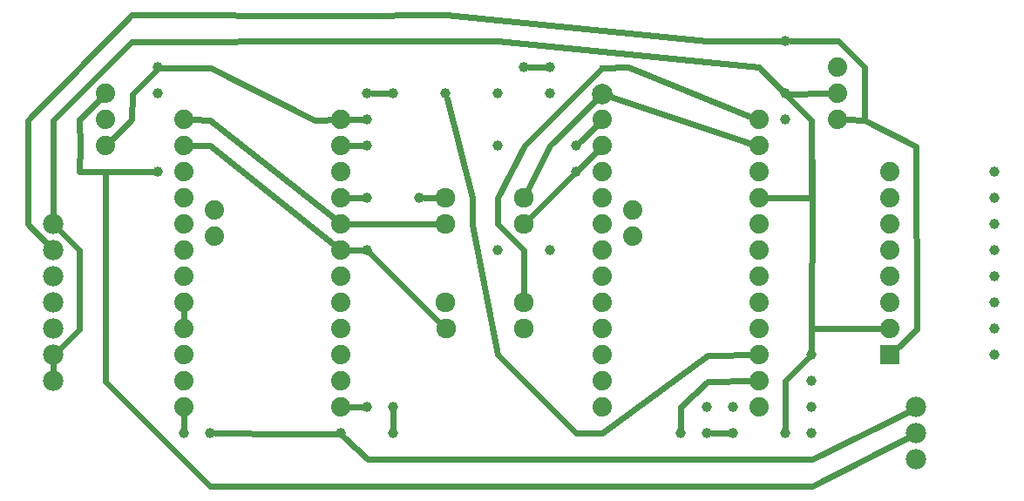
<source format=gbr>
G04*
G04 GERBER (RE)GENERATED BY FLATCAM v8.994 - www.flatcam.org - Version Date: 2020/11/7*
G04 Filename: PCB_PCB1_854475050_copperTop.gtl_edit_2.GBR_5*
G04 Created on : Tuesday, 23 March 2021 at 10:43*
G04*
G04 RS-274X GERBER GENERATED BY FLATCAM v8.994 - www.flatcam.org - Version Date: 2020/11/7*
G04 Filename: PCB_PCB1_854475050_copperTop.gtl_edit_2.GBR_5*
G04 Created on : Tuesday, 23 March 2021 at 10:42*
%FSLAX24Y24*%
%MOIN*%
%ADD10C,0.073999704000296*%
%ADD11C,0.077999688000312*%
%ADD12C,0.07566669733230266*%
%ADD13C,0.07569469722030278*%
%ADD14C,0.03936984252015748*%
%ADD17R,0.073999704000296X0.073999704000296*%
%ADD18C,0.023999904000096*%
%ADD19C,0.07874*%

G70*
G90*
G01*
%LPD*%
D10*
X22610Y15210D03*
X22610Y14210D03*
X22610Y13210D03*
X22610Y12210D03*
X22610Y11210D03*
X23760Y11760D03*
X23760Y10760D03*
X22610Y10210D03*
X22610Y09210D03*
X22610Y08210D03*
X22610Y07210D03*
X22610Y06210D03*
X22610Y05210D03*
X22610Y04210D03*
X28610Y04210D03*
X28610Y05210D03*
X28610Y06210D03*
X28610Y07210D03*
X28610Y08210D03*
X28610Y09210D03*
X28610Y10210D03*
X28610Y11210D03*
X28610Y12210D03*
X28610Y13210D03*
X28610Y14210D03*
X28610Y15210D03*
X22610Y15210D03*
X22610Y14210D03*
X22610Y13210D03*
X22610Y12210D03*
X22610Y11210D03*
X23760Y11760D03*
X23760Y10760D03*
X22610Y10210D03*
X22610Y09210D03*
X22610Y08210D03*
X22610Y07210D03*
X22610Y06210D03*
X22610Y05210D03*
X22610Y04210D03*
X28610Y04210D03*
X28610Y05210D03*
X28610Y06210D03*
X28610Y07210D03*
X28610Y08210D03*
X28610Y09210D03*
X28610Y10210D03*
X28610Y11210D03*
X28610Y12210D03*
X28610Y13210D03*
X28610Y14210D03*
X28610Y15210D03*
X03610Y14210D03*
X03610Y15210D03*
X03610Y16210D03*
X03610Y14210D03*
X03610Y15210D03*
X03610Y16210D03*
X31610Y15210D03*
X31610Y16210D03*
X31610Y17210D03*
X31610Y15210D03*
X31610Y16210D03*
X31610Y17210D03*
X06610Y15210D03*
X06610Y14210D03*
X06610Y13210D03*
X06610Y12210D03*
X06610Y11210D03*
X07760Y11760D03*
X07760Y10760D03*
X06610Y10210D03*
X06610Y09210D03*
X06610Y08210D03*
X06610Y07210D03*
X06610Y06210D03*
X06610Y05210D03*
X06610Y04210D03*
X12610Y04210D03*
X12610Y05210D03*
X12610Y06210D03*
X12610Y07210D03*
X12610Y08210D03*
X12610Y09210D03*
X12610Y10210D03*
X12610Y11210D03*
X12610Y12210D03*
X12610Y13210D03*
X12610Y14210D03*
X12610Y15210D03*
X06610Y15210D03*
X06610Y14210D03*
X06610Y13210D03*
X06610Y12210D03*
X06610Y11210D03*
X07760Y11760D03*
X07760Y10760D03*
X06610Y10210D03*
X06610Y09210D03*
X06610Y08210D03*
X06610Y07210D03*
X06610Y06210D03*
X06610Y05210D03*
X06610Y04210D03*
X12610Y04210D03*
X12610Y05210D03*
X12610Y06210D03*
X12610Y07210D03*
X12610Y08210D03*
X12610Y09210D03*
X12610Y10210D03*
X12610Y11210D03*
X12610Y12210D03*
X12610Y13210D03*
X12610Y14210D03*
X12610Y15210D03*
X33610Y07210D03*
X33610Y08210D03*
X33610Y09210D03*
X33610Y10210D03*
X33610Y11210D03*
X33610Y12210D03*
X33610Y13210D03*
X33610Y07210D03*
X33610Y08210D03*
X33610Y09210D03*
X33610Y10210D03*
X33610Y11210D03*
X33610Y12210D03*
X33610Y13210D03*
D11*
X01610Y05210D03*
X01610Y06210D03*
X01610Y07210D03*
X01610Y08210D03*
X01610Y09210D03*
X01610Y10210D03*
X01610Y11210D03*
X34610Y04210D03*
X34610Y03210D03*
X34610Y02210D03*
D12*
X19610Y07210D03*
X16620Y07210D03*
X16610Y12210D03*
X19600Y12210D03*
D13*
X19610Y08210D03*
X16610Y08210D03*
X16610Y11210D03*
X19610Y11210D03*
D14*
X15610Y12210D03*
X13610Y15210D03*
X05610Y13210D03*
X18610Y14220D03*
X13610Y14210D03*
X13610Y12210D03*
X07610Y03210D03*
X12610Y03210D03*
X06610Y03210D03*
X05610Y17210D03*
X13610Y04210D03*
X05610Y16210D03*
X21610Y13210D03*
X30610Y03210D03*
X29610Y03210D03*
X27610Y03210D03*
X30610Y06210D03*
X26610Y03210D03*
X25610Y03210D03*
X30610Y05210D03*
X30610Y04210D03*
X26610Y04210D03*
X27610Y04210D03*
X37610Y13210D03*
X37610Y07210D03*
X37610Y11210D03*
X37610Y10210D03*
X37610Y09210D03*
X37610Y06210D03*
X37610Y12210D03*
X37610Y08210D03*
X21610Y14210D03*
X20610Y10210D03*
X18610Y10210D03*
X13610Y10210D03*
X14610Y03210D03*
X14610Y04210D03*
X20610Y16210D03*
X14610Y16210D03*
X13610Y16210D03*
X19610Y17210D03*
X20610Y17210D03*
X16610Y16210D03*
X18610Y16210D03*
X29610Y16210D03*
X29610Y15210D03*
X29610Y18210D03*
D17*
X33610Y06210D03*
X33610Y06210D03*
D18*
X11600Y15200D02*
X07620Y17200D01*
X12600Y15210D02*
X11600Y15200D01*
X04610Y15210D02*
X03830Y14430D01*
X04610Y15210D03*
X07620Y17200D02*
X05620Y17200D01*
X05620Y17200D02*
X04620Y16200D01*
X04620Y16200D02*
X04610Y15210D01*
X30620Y01200D02*
X07600Y01200D01*
X34620Y03210D02*
X30620Y01200D01*
X07600Y01200D02*
X03600Y05200D01*
X02610Y15210D02*
X03400Y15990D01*
X02610Y13210D02*
X02620Y14210D01*
X03620Y13210D02*
X02610Y13210D01*
X03610Y13220D02*
X03620Y13210D01*
X03600Y05200D02*
X03610Y13220D01*
X02620Y14210D02*
X02610Y15210D01*
X01610Y05910D02*
X01610Y05510D01*
X02600Y10210D02*
X02600Y07190D01*
X02600Y07190D02*
X01830Y06420D01*
X01830Y10990D02*
X02600Y10210D01*
X06610Y07520D02*
X06610Y07900D01*
X06610Y03900D02*
X06610Y03400D01*
X13420Y04210D02*
X12610Y04210D01*
X30620Y02210D02*
X34620Y04200D01*
X12750Y03070D02*
X13620Y02220D01*
X12630Y03190D02*
X10610Y03200D01*
X10610Y03200D02*
X07800Y03210D01*
X04610Y15210D02*
X03830Y14430D01*
X05620Y17200D02*
X04620Y16200D01*
X04620Y16200D02*
X04610Y15210D01*
X02620Y14210D03*
X03610Y13220D02*
X05420Y13210D01*
X02610Y13210D02*
X03620Y13210D01*
X02620Y14210D02*
X02610Y13210D01*
X03620Y13210D02*
X03610Y13220D01*
X03400Y15990D02*
X02610Y15210D01*
X02610Y15210D02*
X02620Y14210D01*
X06920Y15210D02*
X07610Y15200D01*
X07610Y15200D02*
X12620Y11210D01*
X12620Y11210D02*
X16330Y11210D01*
X15800Y12210D02*
X16330Y12210D01*
X12920Y12210D02*
X13420Y12210D01*
X12920Y15210D02*
X13420Y15210D01*
X13420Y14210D02*
X12920Y14210D01*
X20610Y14210D02*
X19610Y12220D01*
X22610Y16200D02*
X20610Y14210D01*
X22610Y16190D02*
X22610Y16200D01*
X22620Y16200D02*
X22610Y16190D01*
X28610Y14190D02*
X22620Y16200D01*
X23610Y17210D02*
X22610Y17200D01*
X28610Y15190D02*
X23610Y17210D01*
X22610Y17200D03*
X19610Y10210D02*
X19610Y08490D01*
X18610Y11220D02*
X19610Y10210D01*
X18610Y12220D02*
X18610Y11220D01*
X19620Y14210D02*
X18610Y12220D01*
X22610Y17200D02*
X19620Y14210D01*
X13600Y10210D02*
X16420Y07400D01*
X12610Y10210D02*
X13420Y10210D01*
X07600Y14220D02*
X12610Y10210D01*
X06920Y14210D02*
X07600Y14220D01*
X21750Y14340D02*
X22390Y14990D01*
X21610Y13210D02*
X22390Y13990D01*
X19610Y11210D02*
X21610Y13210D01*
X21750Y13340D02*
X22390Y13990D01*
X28610Y17220D02*
X28630Y17200D01*
X18590Y18220D02*
X28610Y17220D01*
X12620Y18220D02*
X18590Y18220D01*
X30610Y15200D02*
X30620Y12210D01*
X29600Y16190D02*
X30610Y15200D01*
X04610Y18200D02*
X12620Y18220D01*
X30620Y12210D02*
X28920Y12210D01*
X28630Y17200D02*
X29600Y16190D01*
X01610Y15200D02*
X04610Y18200D01*
X01610Y11510D02*
X01610Y15200D01*
X13620Y02220D02*
X30620Y02210D01*
X30610Y06210D02*
X30610Y07210D01*
X29610Y05210D02*
X30610Y06210D01*
X30610Y07210D02*
X33300Y07210D01*
X29610Y03400D02*
X29610Y05210D01*
X30620Y12210D02*
X28920Y12210D01*
X30610Y06210D02*
X30610Y07210D01*
X30610Y07210D02*
X33620Y07210D01*
X33620Y07210D02*
X30610Y07210D01*
X29610Y05210D02*
X30610Y06210D01*
X29610Y03400D02*
X29610Y05210D01*
X30610Y07210D02*
X30620Y12210D01*
X14610Y03400D02*
X14610Y04020D01*
X34610Y14200D02*
X32620Y15200D01*
X31920Y15210D02*
X32620Y15200D01*
X31620Y18210D02*
X29800Y18210D01*
X32620Y15200D02*
X32620Y17210D01*
X32620Y15200D02*
X34610Y14200D01*
X32620Y17210D02*
X31620Y18210D01*
X16620Y19210D02*
X12620Y19200D01*
X26590Y18210D02*
X16620Y19210D01*
X00620Y11220D02*
X01400Y10420D01*
X00620Y15200D02*
X00620Y11220D01*
X12620Y19200D02*
X04610Y19220D01*
X29420Y18210D02*
X26590Y18210D01*
X04610Y19220D02*
X00620Y15200D01*
X29610Y16200D02*
X31310Y16210D01*
X30610Y12210D02*
X30620Y12210D01*
X30610Y15200D02*
X30610Y12210D01*
X30620Y12210D02*
X28920Y12210D01*
X25610Y04210D02*
X26620Y05200D01*
X25610Y03400D02*
X25610Y04210D01*
X30610Y07210D02*
X30620Y12210D01*
X30620Y12210D02*
X28920Y12210D01*
X30610Y06400D02*
X30610Y07210D01*
X27420Y03210D02*
X26800Y03210D01*
X22610Y03210D02*
X26620Y06200D01*
X18610Y06210D02*
X21610Y03210D01*
X21610Y03210D02*
X22610Y03210D01*
X16660Y16020D02*
X17620Y12210D01*
X17620Y12210D02*
X17620Y11190D01*
X17620Y11190D02*
X18610Y06210D01*
X19800Y17210D02*
X20420Y17210D01*
X14420Y16210D02*
X13800Y16210D01*
X32620Y15200D02*
X31920Y15210D01*
X34610Y14200D02*
X32620Y15200D01*
X34620Y07200D02*
X34610Y14200D01*
X33900Y06490D02*
X34620Y07200D01*
X26620Y06200D02*
X28600Y06210D01*
X26620Y05200D02*
X28300Y05210D01*
D19*
X22607Y16191D03*
M02*

</source>
